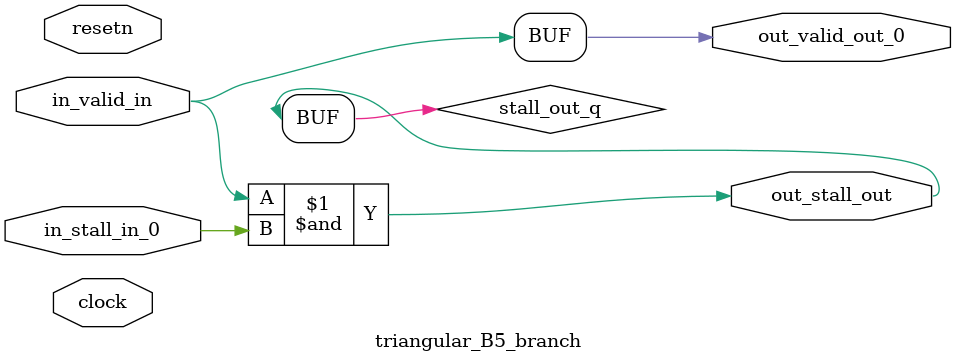
<source format=sv>



(* altera_attribute = "-name AUTO_SHIFT_REGISTER_RECOGNITION OFF; -name MESSAGE_DISABLE 10036; -name MESSAGE_DISABLE 10037; -name MESSAGE_DISABLE 14130; -name MESSAGE_DISABLE 14320; -name MESSAGE_DISABLE 15400; -name MESSAGE_DISABLE 14130; -name MESSAGE_DISABLE 10036; -name MESSAGE_DISABLE 12020; -name MESSAGE_DISABLE 12030; -name MESSAGE_DISABLE 12010; -name MESSAGE_DISABLE 12110; -name MESSAGE_DISABLE 14320; -name MESSAGE_DISABLE 13410; -name MESSAGE_DISABLE 113007; -name MESSAGE_DISABLE 10958" *)
module triangular_B5_branch (
    input wire [0:0] in_stall_in_0,
    input wire [0:0] in_valid_in,
    output wire [0:0] out_stall_out,
    output wire [0:0] out_valid_out_0,
    input wire clock,
    input wire resetn
    );

    wire [0:0] stall_out_q;


    // stall_out(LOGICAL,6)
    assign stall_out_q = in_valid_in & in_stall_in_0;

    // out_stall_out(GPOUT,4)
    assign out_stall_out = stall_out_q;

    // out_valid_out_0(GPOUT,5)
    assign out_valid_out_0 = in_valid_in;

endmodule

</source>
